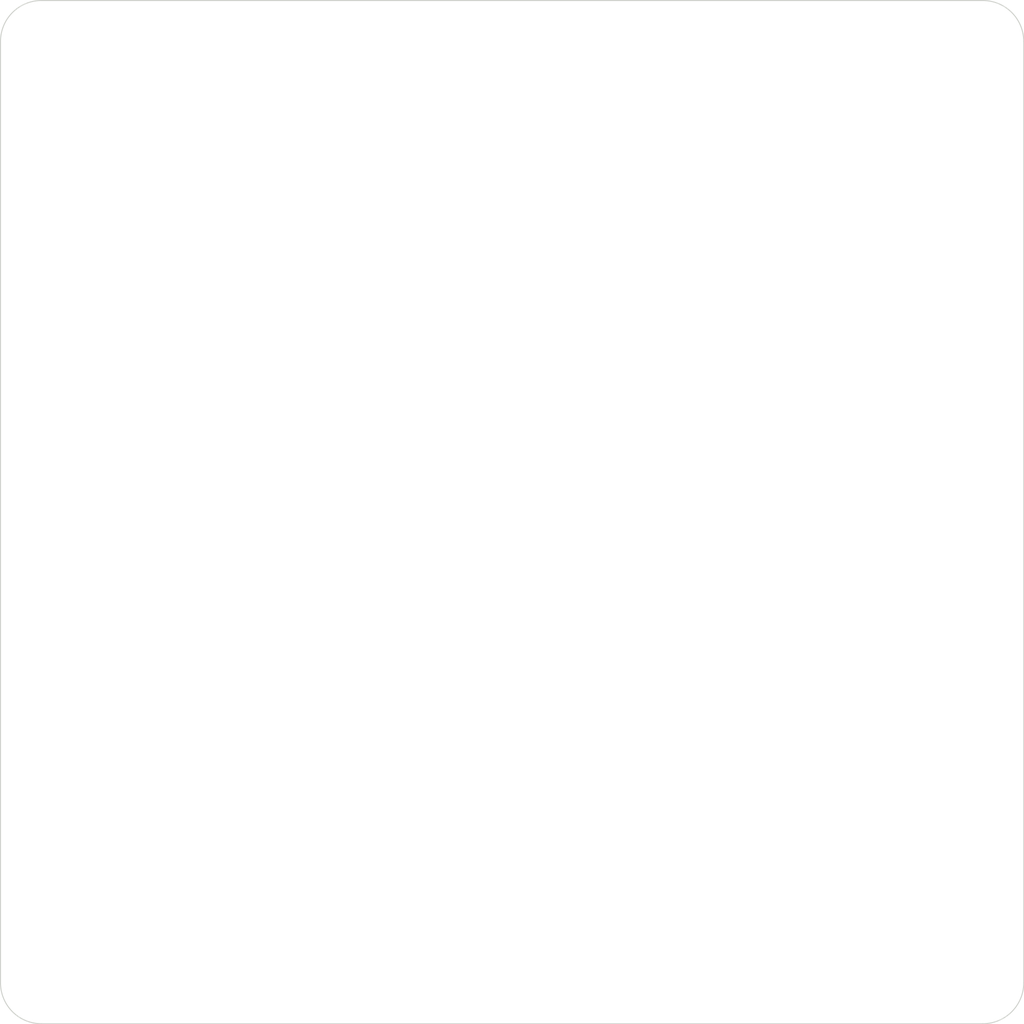
<source format=kicad_pcb>
(kicad_pcb
	(version 20241229)
	(generator "pcbnew")
	(generator_version "9.0")
	(general
		(thickness 1.6)
		(legacy_teardrops no)
	)
	(paper "A4")
	(layers
		(0 "F.Cu" signal)
		(4 "In1.Cu" signal)
		(6 "In2.Cu" signal)
		(8 "In3.Cu" signal)
		(10 "In4.Cu" signal)
		(2 "B.Cu" signal)
		(9 "F.Adhes" user "F.Adhesive")
		(11 "B.Adhes" user "B.Adhesive")
		(13 "F.Paste" user)
		(15 "B.Paste" user)
		(5 "F.SilkS" user "F.Silkscreen")
		(7 "B.SilkS" user "B.Silkscreen")
		(1 "F.Mask" user)
		(3 "B.Mask" user)
		(17 "Dwgs.User" user "User.Drawings")
		(19 "Cmts.User" user "User.Comments")
		(21 "Eco1.User" user "User.Eco1")
		(23 "Eco2.User" user "User.Eco2")
		(25 "Edge.Cuts" user)
		(27 "Margin" user)
		(31 "F.CrtYd" user "F.Courtyard")
		(29 "B.CrtYd" user "B.Courtyard")
		(35 "F.Fab" user)
		(33 "B.Fab" user)
		(39 "User.1" user)
		(41 "User.2" user)
		(43 "User.3" user)
		(45 "User.4" user)
	)
	(setup
		(stackup
			(layer "F.SilkS"
				(type "Top Silk Screen")
			)
			(layer "F.Paste"
				(type "Top Solder Paste")
			)
			(layer "F.Mask"
				(type "Top Solder Mask")
				(thickness 0.01)
			)
			(layer "F.Cu"
				(type "copper")
				(thickness 0.035)
			)
			(layer "dielectric 1"
				(type "prepreg")
				(thickness 0.1)
				(material "FR4")
				(epsilon_r 4.5)
				(loss_tangent 0.02)
			)
			(layer "In1.Cu"
				(type "copper")
				(thickness 0.035)
			)
			(layer "dielectric 2"
				(type "core")
				(thickness 0.535)
				(material "FR4")
				(epsilon_r 4.5)
				(loss_tangent 0.02)
			)
			(layer "In2.Cu"
				(type "copper")
				(thickness 0.035)
			)
			(layer "dielectric 3"
				(type "prepreg")
				(thickness 0.1)
				(material "FR4")
				(epsilon_r 4.5)
				(loss_tangent 0.02)
			)
			(layer "In3.Cu"
				(type "copper")
				(thickness 0.035)
			)
			(layer "dielectric 4"
				(type "core")
				(thickness 0.535)
				(material "FR4")
				(epsilon_r 4.5)
				(loss_tangent 0.02)
			)
			(layer "In4.Cu"
				(type "copper")
				(thickness 0.035)
			)
			(layer "dielectric 5"
				(type "prepreg")
				(thickness 0.1)
				(material "FR4")
				(epsilon_r 4.5)
				(loss_tangent 0.02)
			)
			(layer "B.Cu"
				(type "copper")
				(thickness 0.035)
			)
			(layer "B.Mask"
				(type "Bottom Solder Mask")
				(thickness 0.01)
			)
			(layer "B.Paste"
				(type "Bottom Solder Paste")
			)
			(layer "B.SilkS"
				(type "Bottom Silk Screen")
			)
			(copper_finish "None")
			(dielectric_constraints no)
		)
		(pad_to_mask_clearance 0)
		(allow_soldermask_bridges_in_footprints no)
		(tenting front back)
		(pcbplotparams
			(layerselection 0x00000000_00000000_55555555_5755f5ff)
			(plot_on_all_layers_selection 0x00000000_00000000_00000000_00000000)
			(disableapertmacros no)
			(usegerberextensions no)
			(usegerberattributes yes)
			(usegerberadvancedattributes yes)
			(creategerberjobfile yes)
			(dashed_line_dash_ratio 12.000000)
			(dashed_line_gap_ratio 3.000000)
			(svgprecision 4)
			(plotframeref no)
			(mode 1)
			(useauxorigin no)
			(hpglpennumber 1)
			(hpglpenspeed 20)
			(hpglpendiameter 15.000000)
			(pdf_front_fp_property_popups yes)
			(pdf_back_fp_property_popups yes)
			(pdf_metadata yes)
			(pdf_single_document no)
			(dxfpolygonmode yes)
			(dxfimperialunits yes)
			(dxfusepcbnewfont yes)
			(psnegative no)
			(psa4output no)
			(plot_black_and_white yes)
			(sketchpadsonfab no)
			(plotpadnumbers no)
			(hidednponfab no)
			(sketchdnponfab yes)
			(crossoutdnponfab yes)
			(subtractmaskfromsilk no)
			(outputformat 1)
			(mirror no)
			(drillshape 1)
			(scaleselection 1)
			(outputdirectory "")
		)
	)
	(net 0 "")
	(gr_arc
		(start 70.2 52)
		(mid 70.785786 50.585786)
		(end 72.2 50)
		(stroke
			(width 0.05)
			(type default)
		)
		(layer "Edge.Cuts")
		(uuid "26868c44-e8eb-4aba-a2db-aab58c94e381")
	)
	(gr_line
		(start 118.2 100)
		(end 72.2 100)
		(stroke
			(width 0.05)
			(type default)
		)
		(layer "Edge.Cuts")
		(uuid "6fb7f0fd-ddcf-4ad0-bf64-716bb6fcc9c9")
	)
	(gr_line
		(start 70.2 98)
		(end 70.2 52)
		(stroke
			(width 0.05)
			(type default)
		)
		(layer "Edge.Cuts")
		(uuid "85918c4a-d862-4b7d-b747-1f0bd6660a88")
	)
	(gr_arc
		(start 120.2 98)
		(mid 119.614214 99.414214)
		(end 118.2 100)
		(stroke
			(width 0.05)
			(type default)
		)
		(layer "Edge.Cuts")
		(uuid "8d48ad23-ef62-4f44-a9e1-09132eb05f23")
	)
	(gr_line
		(start 120.2 52)
		(end 120.2 98)
		(stroke
			(width 0.05)
			(type default)
		)
		(layer "Edge.Cuts")
		(uuid "a786eb5a-1211-4ad9-9567-3a5f16108404")
	)
	(gr_arc
		(start 72.2 100)
		(mid 70.785786 99.414214)
		(end 70.2 98)
		(stroke
			(width 0.05)
			(type default)
		)
		(layer "Edge.Cuts")
		(uuid "c47755b8-1871-491f-a242-21949e2f8d81")
	)
	(gr_line
		(start 72.2 50)
		(end 118.2 50)
		(stroke
			(width 0.05)
			(type default)
		)
		(layer "Edge.Cuts")
		(uuid "cb48a73b-40fb-477e-9277-39926ebcda0e")
	)
	(gr_arc
		(start 118.2 50)
		(mid 119.614214 50.585786)
		(end 120.2 52)
		(stroke
			(width 0.05)
			(type default)
		)
		(layer "Edge.Cuts")
		(uuid "f443a555-8bf7-4760-8d43-7b24ce971d21")
	)
	(embedded_fonts no)
)

</source>
